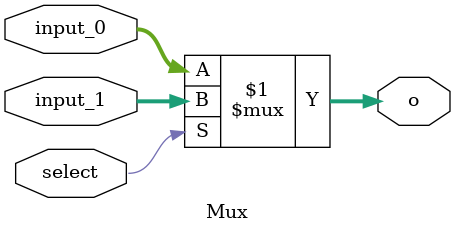
<source format=v>
module Mux (
    input select,
    input [31:0] input_1,
    input [31:0] input_0,
    output [31:0] o
);
    assign o = select ? input_1 : input_0;
endmodule
</source>
